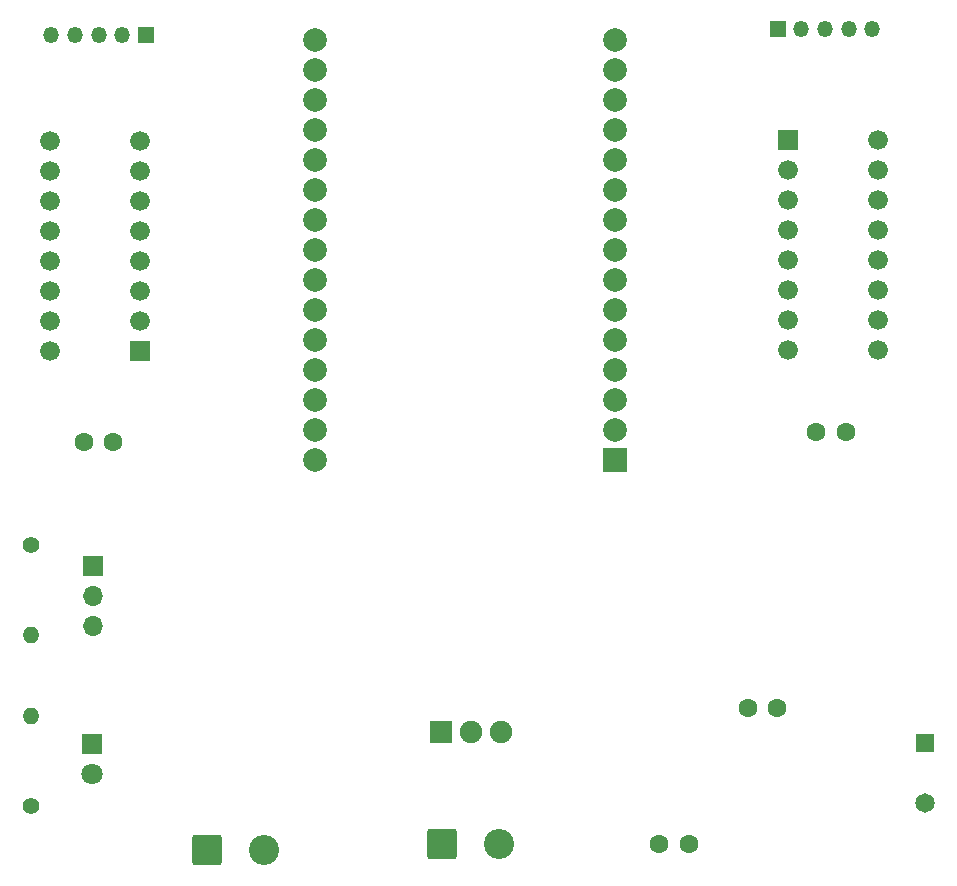
<source format=gbr>
%TF.GenerationSoftware,KiCad,Pcbnew,8.0.8*%
%TF.CreationDate,2025-02-24T10:44:51-05:00*%
%TF.ProjectId,filamento_3d,66696c61-6d65-46e7-946f-5f33642e6b69,rev?*%
%TF.SameCoordinates,Original*%
%TF.FileFunction,Copper,L1,Top*%
%TF.FilePolarity,Positive*%
%FSLAX46Y46*%
G04 Gerber Fmt 4.6, Leading zero omitted, Abs format (unit mm)*
G04 Created by KiCad (PCBNEW 8.0.8) date 2025-02-24 10:44:51*
%MOMM*%
%LPD*%
G01*
G04 APERTURE LIST*
G04 Aperture macros list*
%AMRoundRect*
0 Rectangle with rounded corners*
0 $1 Rounding radius*
0 $2 $3 $4 $5 $6 $7 $8 $9 X,Y pos of 4 corners*
0 Add a 4 corners polygon primitive as box body*
4,1,4,$2,$3,$4,$5,$6,$7,$8,$9,$2,$3,0*
0 Add four circle primitives for the rounded corners*
1,1,$1+$1,$2,$3*
1,1,$1+$1,$4,$5*
1,1,$1+$1,$6,$7*
1,1,$1+$1,$8,$9*
0 Add four rect primitives between the rounded corners*
20,1,$1+$1,$2,$3,$4,$5,0*
20,1,$1+$1,$4,$5,$6,$7,0*
20,1,$1+$1,$6,$7,$8,$9,0*
20,1,$1+$1,$8,$9,$2,$3,0*%
G04 Aperture macros list end*
%TA.AperFunction,ComponentPad*%
%ADD10C,1.400000*%
%TD*%
%TA.AperFunction,ComponentPad*%
%ADD11O,1.400000X1.400000*%
%TD*%
%TA.AperFunction,ComponentPad*%
%ADD12R,2.000000X2.000000*%
%TD*%
%TA.AperFunction,ComponentPad*%
%ADD13C,2.000000*%
%TD*%
%TA.AperFunction,ComponentPad*%
%ADD14R,1.910000X1.910000*%
%TD*%
%TA.AperFunction,ComponentPad*%
%ADD15C,1.910000*%
%TD*%
%TA.AperFunction,ComponentPad*%
%ADD16RoundRect,0.249999X-1.025001X-1.025001X1.025001X-1.025001X1.025001X1.025001X-1.025001X1.025001X0*%
%TD*%
%TA.AperFunction,ComponentPad*%
%ADD17C,2.550000*%
%TD*%
%TA.AperFunction,ComponentPad*%
%ADD18R,1.350000X1.350000*%
%TD*%
%TA.AperFunction,ComponentPad*%
%ADD19O,1.350000X1.350000*%
%TD*%
%TA.AperFunction,ComponentPad*%
%ADD20C,1.600000*%
%TD*%
%TA.AperFunction,ComponentPad*%
%ADD21R,1.676400X1.676400*%
%TD*%
%TA.AperFunction,ComponentPad*%
%ADD22C,1.676400*%
%TD*%
%TA.AperFunction,ComponentPad*%
%ADD23R,1.800000X1.800000*%
%TD*%
%TA.AperFunction,ComponentPad*%
%ADD24C,1.800000*%
%TD*%
%TA.AperFunction,ComponentPad*%
%ADD25R,1.650000X1.650000*%
%TD*%
%TA.AperFunction,ComponentPad*%
%ADD26C,1.650000*%
%TD*%
%TA.AperFunction,ComponentPad*%
%ADD27R,1.700000X1.700000*%
%TD*%
%TA.AperFunction,ComponentPad*%
%ADD28O,1.700000X1.700000*%
%TD*%
G04 APERTURE END LIST*
D10*
%TO.P,R1,1*%
%TO.N,/sensor*%
X108825406Y-116650000D03*
D11*
%TO.P,R1,2*%
%TO.N,+5V*%
X108825406Y-124270000D03*
%TD*%
D12*
%TO.P,U1,1,3V3*%
%TO.N,unconnected-(U1-3V3-Pad1)*%
X158245406Y-109500000D03*
D13*
%TO.P,U1,2,GND*%
%TO.N,GND*%
X158245406Y-106960000D03*
%TO.P,U1,3,D15*%
%TO.N,unconnected-(U1-D15-Pad3)*%
X158245406Y-104420000D03*
%TO.P,U1,4,D2*%
%TO.N,unconnected-(U1-D2-Pad4)*%
X158245406Y-101880000D03*
%TO.P,U1,5,D4*%
%TO.N,unconnected-(U1-D4-Pad5)*%
X158245406Y-99340000D03*
%TO.P,U1,6,RX2*%
%TO.N,unconnected-(U1-RX2-Pad6)*%
X158245406Y-96800000D03*
%TO.P,U1,7,TX2*%
%TO.N,unconnected-(U1-TX2-Pad7)*%
X158245406Y-94260000D03*
%TO.P,U1,8,D5*%
%TO.N,/D1 in4*%
X158245406Y-91720000D03*
%TO.P,U1,9,D18*%
%TO.N,/D1 in3*%
X158245406Y-89180000D03*
%TO.P,U1,10,D19*%
%TO.N,/D1 in2*%
X158245406Y-86640000D03*
%TO.P,U1,11,D21*%
%TO.N,/D1 in1*%
X158245406Y-84100000D03*
%TO.P,U1,12,RX0*%
%TO.N,unconnected-(U1-RX0-Pad12)*%
X158245406Y-81560000D03*
%TO.P,U1,13,TX0*%
%TO.N,unconnected-(U1-TX0-Pad13)*%
X158245406Y-79020000D03*
%TO.P,U1,14,D22*%
%TO.N,unconnected-(U1-D22-Pad14)*%
X158245406Y-76480000D03*
%TO.P,U1,15,D23*%
%TO.N,unconnected-(U1-D23-Pad15)*%
X158245406Y-73940000D03*
%TO.P,U1,16,EN*%
%TO.N,unconnected-(U1-EN-Pad16)*%
X132845406Y-73940000D03*
%TO.P,U1,17,VP*%
%TO.N,unconnected-(U1-VP-Pad17)*%
X132845406Y-76480000D03*
%TO.P,U1,18,VN*%
%TO.N,unconnected-(U1-VN-Pad18)*%
X132845406Y-79020000D03*
%TO.P,U1,19,D34*%
%TO.N,unconnected-(U1-D34-Pad19)*%
X132845406Y-81560000D03*
%TO.P,U1,20,D35*%
%TO.N,unconnected-(U1-D35-Pad20)*%
X132845406Y-84100000D03*
%TO.P,U1,21,D32*%
%TO.N,/D2 in4*%
X132845406Y-86640000D03*
%TO.P,U1,22,D33*%
%TO.N,/D2 in3*%
X132845406Y-89180000D03*
%TO.P,U1,23,D25*%
%TO.N,/D2 in2*%
X132845406Y-91720000D03*
%TO.P,U1,24,D26*%
%TO.N,/D2 in1*%
X132845406Y-94260000D03*
%TO.P,U1,25,D27*%
%TO.N,unconnected-(U1-D27-Pad25)*%
X132845406Y-96800000D03*
%TO.P,U1,26,D14*%
%TO.N,unconnected-(U1-D14-Pad26)*%
X132845406Y-99340000D03*
%TO.P,U1,27,D12*%
%TO.N,/sensor*%
X132845406Y-101880000D03*
%TO.P,U1,28,D13*%
%TO.N,unconnected-(U1-D13-Pad28)*%
X132845406Y-104420000D03*
%TO.P,U1,29,GND*%
%TO.N,GND*%
X132845406Y-106960000D03*
%TO.P,U1,30,VIN*%
%TO.N,+5V*%
X132845406Y-109500000D03*
%TD*%
D14*
%TO.P,U2,1,IN*%
%TO.N,Net-(SW1-B)*%
X143505406Y-132500000D03*
D15*
%TO.P,U2,2,GND*%
%TO.N,GND*%
X146045406Y-132500000D03*
%TO.P,U2,3,OUT*%
%TO.N,+5V*%
X148585406Y-132500000D03*
%TD*%
D16*
%TO.P,SW1,1,A*%
%TO.N,+12V*%
X123745406Y-142500000D03*
D17*
%TO.P,SW1,2,B*%
%TO.N,Net-(SW1-B)*%
X128545406Y-142500000D03*
%TD*%
D18*
%TO.P,J6,1,Pin_1*%
%TO.N,+5V*%
X172045406Y-73000000D03*
D19*
%TO.P,J6,2,Pin_2*%
%TO.N,Net-(D1-OUT1)*%
X174045406Y-73000000D03*
%TO.P,J6,3,Pin_3*%
%TO.N,Net-(D1-OUT2)*%
X176045406Y-73000000D03*
%TO.P,J6,4,Pin_4*%
%TO.N,Net-(D1-OUT3)*%
X178045406Y-73000000D03*
%TO.P,J6,5,Pin_5*%
%TO.N,Net-(D1-OUT4)*%
X180045406Y-73000000D03*
%TD*%
D20*
%TO.P,C3,1*%
%TO.N,Net-(SW1-B)*%
X162000000Y-142000000D03*
%TO.P,C3,2*%
%TO.N,GND*%
X164500000Y-142000000D03*
%TD*%
D21*
%TO.P,D2,1,IN1*%
%TO.N,/D2 in1*%
X118045406Y-100280000D03*
D22*
%TO.P,D2,2,IN2*%
%TO.N,/D2 in2*%
X118045406Y-97740000D03*
%TO.P,D2,3,IN3*%
%TO.N,/D2 in3*%
X118045406Y-95200000D03*
%TO.P,D2,4,IN4*%
%TO.N,/D2 in4*%
X118045406Y-92660000D03*
%TO.P,D2,5,IN5*%
%TO.N,unconnected-(D2-IN5-Pad5)*%
X118045406Y-90120000D03*
%TO.P,D2,6,IN6*%
%TO.N,unconnected-(D2-IN6-Pad6)*%
X118045406Y-87580000D03*
%TO.P,D2,7,IN7*%
%TO.N,unconnected-(D2-IN7-Pad7)*%
X118045406Y-85040000D03*
%TO.P,D2,8,GND*%
%TO.N,GND*%
X118045406Y-82500000D03*
%TO.P,D2,9,COM*%
%TO.N,+5V*%
X110425406Y-82500000D03*
%TO.P,D2,10,OUT7*%
%TO.N,unconnected-(D2-OUT7-Pad10)*%
X110425406Y-85040000D03*
%TO.P,D2,11,OUT6*%
%TO.N,unconnected-(D2-OUT6-Pad11)*%
X110425406Y-87580000D03*
%TO.P,D2,12,OUT5*%
%TO.N,unconnected-(D2-OUT5-Pad12)*%
X110425406Y-90120000D03*
%TO.P,D2,13,OUT4*%
%TO.N,Net-(D2-OUT4)*%
X110425406Y-92660000D03*
%TO.P,D2,14,OUT3*%
%TO.N,Net-(D2-OUT3)*%
X110425406Y-95200000D03*
%TO.P,D2,15,OUT2*%
%TO.N,Net-(D2-OUT2)*%
X110425406Y-97740000D03*
%TO.P,D2,16,OUT1*%
%TO.N,Net-(D2-OUT1)*%
X110425406Y-100280000D03*
%TD*%
D10*
%TO.P,R2,1*%
%TO.N,Net-(D3-A)*%
X108825406Y-138770000D03*
D11*
%TO.P,R2,2*%
%TO.N,+5V*%
X108825406Y-131150000D03*
%TD*%
D21*
%TO.P,D1,1,IN1*%
%TO.N,/D1 in1*%
X172925406Y-82380000D03*
D22*
%TO.P,D1,2,IN2*%
%TO.N,/D1 in2*%
X172925406Y-84920000D03*
%TO.P,D1,3,IN3*%
%TO.N,/D1 in3*%
X172925406Y-87460000D03*
%TO.P,D1,4,IN4*%
%TO.N,/D1 in4*%
X172925406Y-90000000D03*
%TO.P,D1,5,IN5*%
%TO.N,unconnected-(D1-IN5-Pad5)*%
X172925406Y-92540000D03*
%TO.P,D1,6,IN6*%
%TO.N,unconnected-(D1-IN6-Pad6)*%
X172925406Y-95080000D03*
%TO.P,D1,7,IN7*%
%TO.N,unconnected-(D1-IN7-Pad7)*%
X172925406Y-97620000D03*
%TO.P,D1,8,GND*%
%TO.N,GND*%
X172925406Y-100160000D03*
%TO.P,D1,9,COM*%
%TO.N,+5V*%
X180545406Y-100160000D03*
%TO.P,D1,10,OUT7*%
%TO.N,unconnected-(D1-OUT7-Pad10)*%
X180545406Y-97620000D03*
%TO.P,D1,11,OUT6*%
%TO.N,unconnected-(D1-OUT6-Pad11)*%
X180545406Y-95080000D03*
%TO.P,D1,12,OUT5*%
%TO.N,unconnected-(D1-OUT5-Pad12)*%
X180545406Y-92540000D03*
%TO.P,D1,13,OUT4*%
%TO.N,Net-(D1-OUT4)*%
X180545406Y-90000000D03*
%TO.P,D1,14,OUT3*%
%TO.N,Net-(D1-OUT3)*%
X180545406Y-87460000D03*
%TO.P,D1,15,OUT2*%
%TO.N,Net-(D1-OUT2)*%
X180545406Y-84920000D03*
%TO.P,D1,16,OUT1*%
%TO.N,Net-(D1-OUT1)*%
X180545406Y-82380000D03*
%TD*%
D20*
%TO.P,C2,1*%
%TO.N,+5V*%
X113295406Y-108000000D03*
%TO.P,C2,2*%
%TO.N,GND*%
X115795406Y-108000000D03*
%TD*%
%TO.P,C1,1*%
%TO.N,+5V*%
X175295406Y-107120000D03*
%TO.P,C1,2*%
%TO.N,GND*%
X177795406Y-107120000D03*
%TD*%
D23*
%TO.P,D3,1,K*%
%TO.N,GND*%
X114000000Y-133500000D03*
D24*
%TO.P,D3,2,A*%
%TO.N,Net-(D3-A)*%
X114000000Y-136040000D03*
%TD*%
D16*
%TO.P,J2,1,Pin_1*%
%TO.N,+12V*%
X143645406Y-142000000D03*
D17*
%TO.P,J2,2,Pin_2*%
%TO.N,GND*%
X148445406Y-142000000D03*
%TD*%
D25*
%TO.P,P1,1,1*%
%TO.N,GND*%
X184500000Y-133420000D03*
D26*
%TO.P,P1,2,2*%
%TO.N,+12V*%
X184500000Y-138500000D03*
%TD*%
D27*
%TO.P,J4,1,Pin_1*%
%TO.N,/sensor*%
X114045406Y-118460000D03*
D28*
%TO.P,J4,2,Pin_2*%
%TO.N,+5V*%
X114045406Y-121000000D03*
%TO.P,J4,3,Pin_3*%
%TO.N,GND*%
X114045406Y-123540000D03*
%TD*%
D18*
%TO.P,J5,1,Pin_1*%
%TO.N,+5V*%
X118545406Y-73500000D03*
D19*
%TO.P,J5,2,Pin_2*%
%TO.N,Net-(D2-OUT1)*%
X116545406Y-73500000D03*
%TO.P,J5,3,Pin_3*%
%TO.N,Net-(D2-OUT2)*%
X114545406Y-73500000D03*
%TO.P,J5,4,Pin_4*%
%TO.N,Net-(D2-OUT3)*%
X112545406Y-73500000D03*
%TO.P,J5,5,Pin_5*%
%TO.N,Net-(D2-OUT4)*%
X110545406Y-73500000D03*
%TD*%
D20*
%TO.P,C4,1*%
%TO.N,+5V*%
X169500000Y-130500000D03*
%TO.P,C4,2*%
%TO.N,GND*%
X172000000Y-130500000D03*
%TD*%
M02*

</source>
